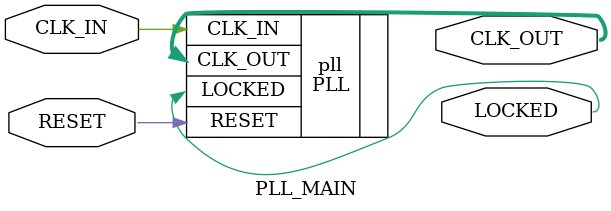
<source format=sv>

module PLL_MAIN (
    input  wire        CLK_IN,
    input  logic       RESET,

    output wire  [4:0] CLK_OUT,
    output logic       LOCKED
);

PLL #(
    .N_CLK_IN   (1),
    .N_CLK_OUT  (5)
) pll (
    .CLK_IN     (CLK_IN),
    .RESET      (RESET),
    .CLK_OUT    (CLK_OUT),
    .LOCKED     (LOCKED)
);

endmodule

</source>
